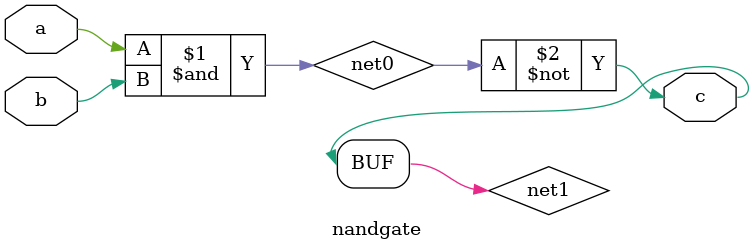
<source format=sv>
module nandgate(
  input logic a, // ri lint_check_waive MIN_NAME_LEN
  input logic b, // ri lint_check_waive MIN_NAME_LEN
  output logic c // ri lint_check_waive MIN_NAME_LEN
  );
  // BEGIN: local net declarations
  logic net1;
  logic net0;
  // END: local net declarations
  assign c = net1;
  not not_1 (net1, net0);
  and and_0 (net0, a, b);
endmodule: nandgate

</source>
